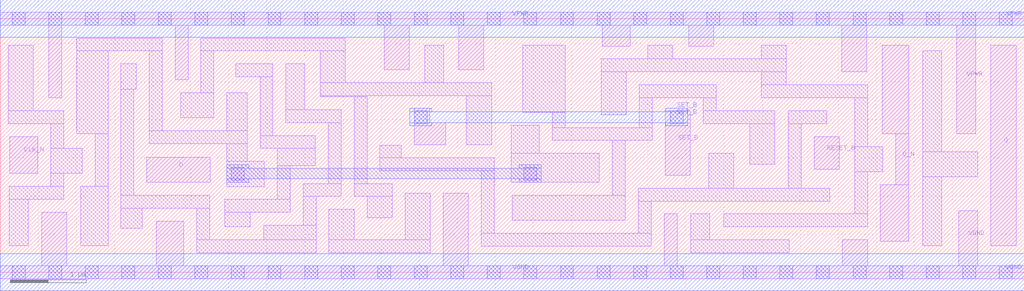
<source format=lef>
# Copyright 2020 The SkyWater PDK Authors
#
# Licensed under the Apache License, Version 2.0 (the "License");
# you may not use this file except in compliance with the License.
# You may obtain a copy of the License at
#
#     https://www.apache.org/licenses/LICENSE-2.0
#
# Unless required by applicable law or agreed to in writing, software
# distributed under the License is distributed on an "AS IS" BASIS,
# WITHOUT WARRANTIES OR CONDITIONS OF ANY KIND, either express or implied.
# See the License for the specific language governing permissions and
# limitations under the License.
#
# SPDX-License-Identifier: Apache-2.0

VERSION 5.7 ;
  NAMESCASESENSITIVE ON ;
  NOWIREEXTENSIONATPIN ON ;
  DIVIDERCHAR "/" ;
  BUSBITCHARS "[]" ;
UNITS
  DATABASE MICRONS 200 ;
END UNITS
MACRO sky130_fd_sc_ls__dfbbn_1
  CLASS CORE ;
  SOURCE USER ;
  FOREIGN sky130_fd_sc_ls__dfbbn_1 ;
  ORIGIN  0.000000  0.000000 ;
  SIZE  13.44000 BY  3.330000 ;
  SYMMETRY X Y ;
  SITE unit ;
  PIN D
    ANTENNAGATEAREA  0.126000 ;
    DIRECTION INPUT ;
    USE SIGNAL ;
    PORT
      LAYER li1 ;
        RECT 1.925000 1.180000 2.755000 1.510000 ;
    END
  END D
  PIN Q
    ANTENNADIFFAREA  0.519000 ;
    DIRECTION OUTPUT ;
    USE SIGNAL ;
    PORT
      LAYER li1 ;
        RECT 13.005000 0.350000 13.340000 2.980000 ;
    END
  END Q
  PIN Q_N
    ANTENNADIFFAREA  0.513400 ;
    DIRECTION OUTPUT ;
    USE SIGNAL ;
    PORT
      LAYER li1 ;
        RECT 11.555000 0.405000 11.925000 1.150000 ;
        RECT 11.575000 1.820000 11.925000 2.980000 ;
        RECT 11.755000 1.150000 11.925000 1.820000 ;
    END
  END Q_N
  PIN RESET_B
    ANTENNAGATEAREA  0.159000 ;
    DIRECTION INPUT ;
    USE SIGNAL ;
    PORT
      LAYER li1 ;
        RECT 10.685000 1.350000 11.015000 1.780000 ;
    END
  END RESET_B
  PIN SET_B
    ANTENNAGATEAREA  0.469500 ;
    DIRECTION INPUT ;
    USE SIGNAL ;
    PORT
      LAYER li1 ;
        RECT 5.435000 1.675000 5.850000 1.960000 ;
        RECT 5.435000 1.960000 5.635000 2.150000 ;
        RECT 8.730000 1.275000 9.060000 2.120000 ;
      LAYER mcon ;
        RECT 5.435000 1.950000 5.605000 2.120000 ;
        RECT 8.795000 1.950000 8.965000 2.120000 ;
      LAYER met1 ;
        RECT 5.375000 1.920000 5.665000 1.965000 ;
        RECT 5.375000 1.965000 9.025000 2.105000 ;
        RECT 5.375000 2.105000 5.665000 2.150000 ;
        RECT 8.735000 1.920000 9.025000 1.965000 ;
        RECT 8.735000 2.105000 9.025000 2.150000 ;
    END
  END SET_B
  PIN CLK_N
    ANTENNAGATEAREA  0.279000 ;
    DIRECTION INPUT ;
    USE CLOCK ;
    PORT
      LAYER li1 ;
        RECT 0.125000 1.300000 0.495000 1.780000 ;
    END
  END CLK_N
  PIN VGND
    DIRECTION INOUT ;
    SHAPE ABUTMENT ;
    USE GROUND ;
    PORT
      LAYER li1 ;
        RECT  0.000000 -0.085000 13.440000 0.085000 ;
        RECT  0.545000  0.085000  0.875000 0.790000 ;
        RECT  2.045000  0.085000  2.410000 0.670000 ;
        RECT  5.815000  0.085000  6.145000 1.035000 ;
        RECT  8.715000  0.085000  8.885000 0.765000 ;
        RECT 11.055000  0.085000 11.385000 0.425000 ;
        RECT 12.580000  0.085000 12.830000 0.810000 ;
      LAYER mcon ;
        RECT  0.155000 -0.085000  0.325000 0.085000 ;
        RECT  0.635000 -0.085000  0.805000 0.085000 ;
        RECT  1.115000 -0.085000  1.285000 0.085000 ;
        RECT  1.595000 -0.085000  1.765000 0.085000 ;
        RECT  2.075000 -0.085000  2.245000 0.085000 ;
        RECT  2.555000 -0.085000  2.725000 0.085000 ;
        RECT  3.035000 -0.085000  3.205000 0.085000 ;
        RECT  3.515000 -0.085000  3.685000 0.085000 ;
        RECT  3.995000 -0.085000  4.165000 0.085000 ;
        RECT  4.475000 -0.085000  4.645000 0.085000 ;
        RECT  4.955000 -0.085000  5.125000 0.085000 ;
        RECT  5.435000 -0.085000  5.605000 0.085000 ;
        RECT  5.915000 -0.085000  6.085000 0.085000 ;
        RECT  6.395000 -0.085000  6.565000 0.085000 ;
        RECT  6.875000 -0.085000  7.045000 0.085000 ;
        RECT  7.355000 -0.085000  7.525000 0.085000 ;
        RECT  7.835000 -0.085000  8.005000 0.085000 ;
        RECT  8.315000 -0.085000  8.485000 0.085000 ;
        RECT  8.795000 -0.085000  8.965000 0.085000 ;
        RECT  9.275000 -0.085000  9.445000 0.085000 ;
        RECT  9.755000 -0.085000  9.925000 0.085000 ;
        RECT 10.235000 -0.085000 10.405000 0.085000 ;
        RECT 10.715000 -0.085000 10.885000 0.085000 ;
        RECT 11.195000 -0.085000 11.365000 0.085000 ;
        RECT 11.675000 -0.085000 11.845000 0.085000 ;
        RECT 12.155000 -0.085000 12.325000 0.085000 ;
        RECT 12.635000 -0.085000 12.805000 0.085000 ;
        RECT 13.115000 -0.085000 13.285000 0.085000 ;
      LAYER met1 ;
        RECT 0.000000 -0.245000 13.440000 0.245000 ;
    END
  END VGND
  PIN VPWR
    DIRECTION INOUT ;
    SHAPE ABUTMENT ;
    USE POWER ;
    PORT
      LAYER li1 ;
        RECT  0.000000 3.245000 13.440000 3.415000 ;
        RECT  0.635000 2.290000  0.805000 3.245000 ;
        RECT  2.295000 2.525000  2.465000 3.245000 ;
        RECT  5.040000 2.660000  5.370000 3.245000 ;
        RECT  6.020000 2.660000  6.350000 3.245000 ;
        RECT  7.905000 2.970000  8.270000 3.245000 ;
        RECT  9.035000 2.970000  9.365000 3.245000 ;
        RECT 11.045000 2.630000 11.375000 3.245000 ;
        RECT 12.555000 1.820000 12.805000 3.245000 ;
      LAYER mcon ;
        RECT  0.155000 3.245000  0.325000 3.415000 ;
        RECT  0.635000 3.245000  0.805000 3.415000 ;
        RECT  1.115000 3.245000  1.285000 3.415000 ;
        RECT  1.595000 3.245000  1.765000 3.415000 ;
        RECT  2.075000 3.245000  2.245000 3.415000 ;
        RECT  2.555000 3.245000  2.725000 3.415000 ;
        RECT  3.035000 3.245000  3.205000 3.415000 ;
        RECT  3.515000 3.245000  3.685000 3.415000 ;
        RECT  3.995000 3.245000  4.165000 3.415000 ;
        RECT  4.475000 3.245000  4.645000 3.415000 ;
        RECT  4.955000 3.245000  5.125000 3.415000 ;
        RECT  5.435000 3.245000  5.605000 3.415000 ;
        RECT  5.915000 3.245000  6.085000 3.415000 ;
        RECT  6.395000 3.245000  6.565000 3.415000 ;
        RECT  6.875000 3.245000  7.045000 3.415000 ;
        RECT  7.355000 3.245000  7.525000 3.415000 ;
        RECT  7.835000 3.245000  8.005000 3.415000 ;
        RECT  8.315000 3.245000  8.485000 3.415000 ;
        RECT  8.795000 3.245000  8.965000 3.415000 ;
        RECT  9.275000 3.245000  9.445000 3.415000 ;
        RECT  9.755000 3.245000  9.925000 3.415000 ;
        RECT 10.235000 3.245000 10.405000 3.415000 ;
        RECT 10.715000 3.245000 10.885000 3.415000 ;
        RECT 11.195000 3.245000 11.365000 3.415000 ;
        RECT 11.675000 3.245000 11.845000 3.415000 ;
        RECT 12.155000 3.245000 12.325000 3.415000 ;
        RECT 12.635000 3.245000 12.805000 3.415000 ;
        RECT 13.115000 3.245000 13.285000 3.415000 ;
      LAYER met1 ;
        RECT 0.000000 3.085000 13.440000 3.575000 ;
    END
  END VPWR
  OBS
    LAYER li1 ;
      RECT  0.105000 1.950000  0.835000 2.120000 ;
      RECT  0.105000 2.120000  0.435000 2.980000 ;
      RECT  0.115000 0.350000  0.365000 0.960000 ;
      RECT  0.115000 0.960000  0.835000 1.130000 ;
      RECT  0.665000 1.130000  0.835000 1.300000 ;
      RECT  0.665000 1.300000  1.075000 1.630000 ;
      RECT  0.665000 1.630000  0.835000 1.950000 ;
      RECT  1.005000 1.820000  1.415000 2.905000 ;
      RECT  1.005000 2.905000  2.125000 3.075000 ;
      RECT  1.055000 0.350000  1.415000 1.130000 ;
      RECT  1.245000 1.130000  1.415000 1.820000 ;
      RECT  1.585000 0.575000  1.865000 0.840000 ;
      RECT  1.585000 0.840000  2.750000 1.010000 ;
      RECT  1.585000 1.010000  1.755000 2.405000 ;
      RECT  1.585000 2.405000  1.785000 2.735000 ;
      RECT  1.955000 1.685000  3.240000 1.855000 ;
      RECT  1.955000 1.855000  2.125000 2.905000 ;
      RECT  2.370000 2.025000  2.805000 2.355000 ;
      RECT  2.580000 0.255000  4.145000 0.425000 ;
      RECT  2.580000 0.425000  2.750000 0.840000 ;
      RECT  2.635000 2.355000  2.805000 2.905000 ;
      RECT  2.635000 2.905000  4.530000 3.075000 ;
      RECT  2.950000 0.595000  3.280000 0.785000 ;
      RECT  2.950000 0.785000  3.805000 0.955000 ;
      RECT  2.975000 1.125000  3.465000 1.455000 ;
      RECT  2.975000 1.455000  3.240000 1.685000 ;
      RECT  2.975000 1.855000  3.240000 2.355000 ;
      RECT  3.090000 2.565000  3.580000 2.735000 ;
      RECT  3.410000 1.625000  4.135000 1.795000 ;
      RECT  3.410000 1.795000  3.580000 2.565000 ;
      RECT  3.460000 0.425000  4.145000 0.615000 ;
      RECT  3.635000 0.955000  3.805000 1.395000 ;
      RECT  3.635000 1.395000  4.135000 1.625000 ;
      RECT  3.750000 1.965000  4.475000 2.135000 ;
      RECT  3.750000 2.135000  4.000000 2.735000 ;
      RECT  3.975000 0.615000  4.145000 0.995000 ;
      RECT  3.975000 0.995000  4.475000 1.165000 ;
      RECT  4.200000 2.305000  4.815000 2.320000 ;
      RECT  4.200000 2.320000  6.450000 2.490000 ;
      RECT  4.200000 2.490000  4.530000 2.905000 ;
      RECT  4.305000 1.165000  4.475000 1.965000 ;
      RECT  4.315000 0.255000  5.645000 0.425000 ;
      RECT  4.315000 0.425000  4.645000 0.825000 ;
      RECT  4.645000 0.995000  5.145000 1.165000 ;
      RECT  4.645000 1.165000  4.815000 2.305000 ;
      RECT  4.815000 0.715000  5.145000 0.995000 ;
      RECT  4.985000 1.335000  6.485000 1.505000 ;
      RECT  4.985000 1.505000  5.265000 1.665000 ;
      RECT  5.315000 0.425000  5.645000 1.035000 ;
      RECT  5.570000 2.490000  5.820000 2.980000 ;
      RECT  6.120000 1.675000  6.450000 2.320000 ;
      RECT  6.315000 0.340000  8.545000 0.510000 ;
      RECT  6.315000 0.510000  6.485000 1.335000 ;
      RECT  6.710000 1.180000  7.865000 1.560000 ;
      RECT  6.710000 1.560000  7.075000 1.930000 ;
      RECT  6.720000 0.680000  8.205000 1.010000 ;
      RECT  6.860000 2.100000  7.415000 2.980000 ;
      RECT  7.245000 1.730000  8.560000 1.900000 ;
      RECT  7.245000 1.900000  7.415000 2.100000 ;
      RECT  7.890000 2.070000  8.220000 2.630000 ;
      RECT  7.890000 2.630000 10.320000 2.800000 ;
      RECT  8.035000 1.010000  8.205000 1.730000 ;
      RECT  8.375000 0.510000  8.545000 0.935000 ;
      RECT  8.375000 0.935000 10.890000 1.105000 ;
      RECT  8.390000 1.900000  8.560000 2.290000 ;
      RECT  8.390000 2.290000  9.400000 2.460000 ;
      RECT  8.500000 2.800000  8.830000 2.980000 ;
      RECT  9.065000 0.255000 10.360000 0.425000 ;
      RECT  9.065000 0.425000  9.315000 0.765000 ;
      RECT  9.230000 1.950000 10.170000 2.120000 ;
      RECT  9.230000 2.120000  9.400000 2.290000 ;
      RECT  9.300000 1.105000  9.630000 1.560000 ;
      RECT  9.495000 0.595000 11.385000 0.765000 ;
      RECT  9.840000 1.420000 10.170000 1.950000 ;
      RECT  9.990000 2.290000 11.385000 2.460000 ;
      RECT  9.990000 2.460000 10.320000 2.630000 ;
      RECT  9.990000 2.800000 10.320000 2.980000 ;
      RECT 10.345000 1.105000 10.515000 1.950000 ;
      RECT 10.345000 1.950000 10.850000 2.120000 ;
      RECT 11.215000 0.765000 11.385000 1.320000 ;
      RECT 11.215000 1.320000 11.585000 1.650000 ;
      RECT 11.215000 1.650000 11.385000 2.290000 ;
      RECT 12.110000 0.350000 12.360000 1.255000 ;
      RECT 12.110000 1.255000 12.835000 1.585000 ;
      RECT 12.110000 1.585000 12.360000 2.910000 ;
    LAYER mcon ;
      RECT 3.035000 1.210000 3.205000 1.380000 ;
      RECT 6.875000 1.210000 7.045000 1.380000 ;
    LAYER met1 ;
      RECT 2.975000 1.180000 3.265000 1.225000 ;
      RECT 2.975000 1.225000 7.105000 1.365000 ;
      RECT 2.975000 1.365000 3.265000 1.410000 ;
      RECT 6.815000 1.180000 7.105000 1.225000 ;
      RECT 6.815000 1.365000 7.105000 1.410000 ;
  END
END sky130_fd_sc_ls__dfbbn_1

</source>
